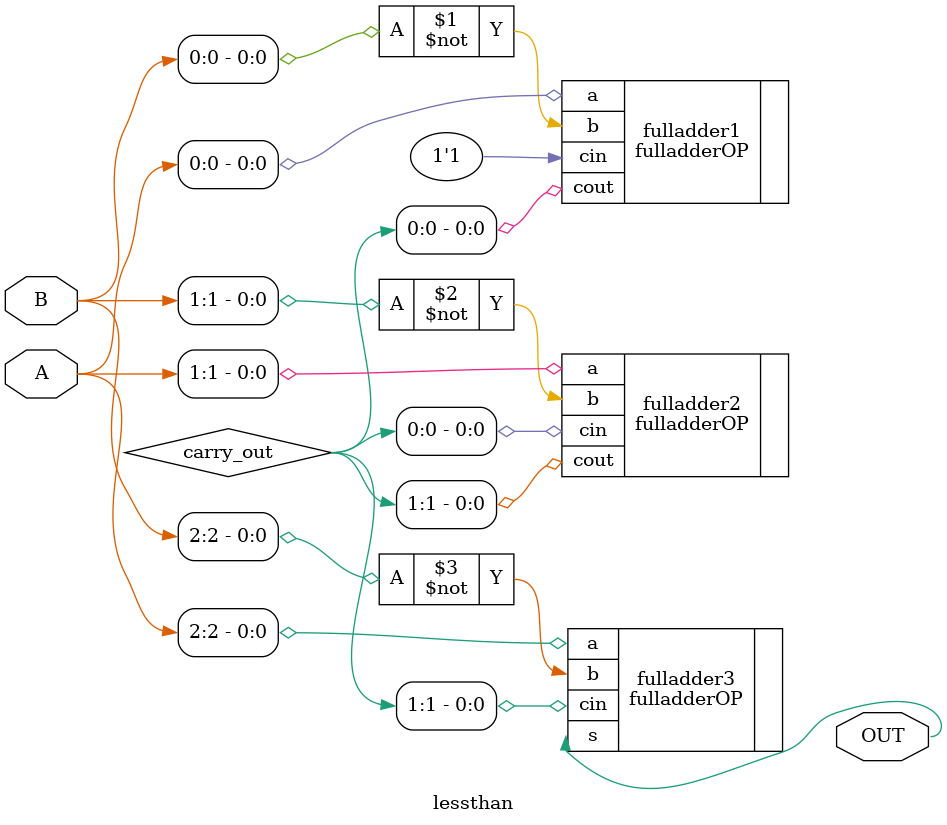
<source format=sv>
module lessthan ( input logic [2:0] A,B, output logic OUT);

	logic [1:0] carry_out;
	
	fulladderOP fulladder1(.a(A[0]), .b(~B[0]), .cin(1'h1), .cout(carry_out[0]));
	fulladderOP fulladder2(.a(A[1]), .b(~B[1]), .cin(carry_out[0]), .cout(carry_out[1]));
	fulladderOP fulladder3(.a(A[2]), .b(~B[2]), .cin(carry_out[1]), .s(OUT));
	
endmodule
	
</source>
